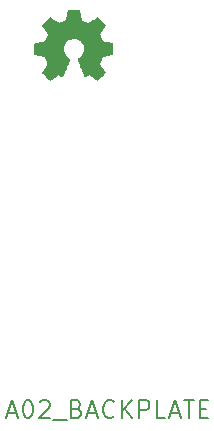
<source format=gbr>
G04 #@! TF.GenerationSoftware,KiCad,Pcbnew,5.1.5-52549c5~86~ubuntu18.04.1*
G04 #@! TF.CreationDate,2020-08-27T00:23:14-05:00*
G04 #@! TF.ProjectId,A02,4130322e-6b69-4636-9164-5f7063625858,rev?*
G04 #@! TF.SameCoordinates,Original*
G04 #@! TF.FileFunction,Legend,Top*
G04 #@! TF.FilePolarity,Positive*
%FSLAX46Y46*%
G04 Gerber Fmt 4.6, Leading zero omitted, Abs format (unit mm)*
G04 Created by KiCad (PCBNEW 5.1.5-52549c5~86~ubuntu18.04.1) date 2020-08-27 00:23:14*
%MOMM*%
%LPD*%
G04 APERTURE LIST*
%ADD10C,0.150000*%
%ADD11C,0.010000*%
G04 APERTURE END LIST*
D10*
X53984000Y-121027000D02*
X54698285Y-121027000D01*
X53841142Y-121455571D02*
X54341142Y-119955571D01*
X54841142Y-121455571D01*
X55626857Y-119955571D02*
X55769714Y-119955571D01*
X55912571Y-120027000D01*
X55984000Y-120098428D01*
X56055428Y-120241285D01*
X56126857Y-120527000D01*
X56126857Y-120884142D01*
X56055428Y-121169857D01*
X55984000Y-121312714D01*
X55912571Y-121384142D01*
X55769714Y-121455571D01*
X55626857Y-121455571D01*
X55484000Y-121384142D01*
X55412571Y-121312714D01*
X55341142Y-121169857D01*
X55269714Y-120884142D01*
X55269714Y-120527000D01*
X55341142Y-120241285D01*
X55412571Y-120098428D01*
X55484000Y-120027000D01*
X55626857Y-119955571D01*
X56698285Y-120098428D02*
X56769714Y-120027000D01*
X56912571Y-119955571D01*
X57269714Y-119955571D01*
X57412571Y-120027000D01*
X57484000Y-120098428D01*
X57555428Y-120241285D01*
X57555428Y-120384142D01*
X57484000Y-120598428D01*
X56626857Y-121455571D01*
X57555428Y-121455571D01*
X57841142Y-121598428D02*
X58984000Y-121598428D01*
X59841142Y-120669857D02*
X60055428Y-120741285D01*
X60126857Y-120812714D01*
X60198285Y-120955571D01*
X60198285Y-121169857D01*
X60126857Y-121312714D01*
X60055428Y-121384142D01*
X59912571Y-121455571D01*
X59341142Y-121455571D01*
X59341142Y-119955571D01*
X59841142Y-119955571D01*
X59984000Y-120027000D01*
X60055428Y-120098428D01*
X60126857Y-120241285D01*
X60126857Y-120384142D01*
X60055428Y-120527000D01*
X59984000Y-120598428D01*
X59841142Y-120669857D01*
X59341142Y-120669857D01*
X60769714Y-121027000D02*
X61484000Y-121027000D01*
X60626857Y-121455571D02*
X61126857Y-119955571D01*
X61626857Y-121455571D01*
X62984000Y-121312714D02*
X62912571Y-121384142D01*
X62698285Y-121455571D01*
X62555428Y-121455571D01*
X62341142Y-121384142D01*
X62198285Y-121241285D01*
X62126857Y-121098428D01*
X62055428Y-120812714D01*
X62055428Y-120598428D01*
X62126857Y-120312714D01*
X62198285Y-120169857D01*
X62341142Y-120027000D01*
X62555428Y-119955571D01*
X62698285Y-119955571D01*
X62912571Y-120027000D01*
X62984000Y-120098428D01*
X63626857Y-121455571D02*
X63626857Y-119955571D01*
X64484000Y-121455571D02*
X63841142Y-120598428D01*
X64484000Y-119955571D02*
X63626857Y-120812714D01*
X65126857Y-121455571D02*
X65126857Y-119955571D01*
X65698285Y-119955571D01*
X65841142Y-120027000D01*
X65912571Y-120098428D01*
X65984000Y-120241285D01*
X65984000Y-120455571D01*
X65912571Y-120598428D01*
X65841142Y-120669857D01*
X65698285Y-120741285D01*
X65126857Y-120741285D01*
X67341142Y-121455571D02*
X66626857Y-121455571D01*
X66626857Y-119955571D01*
X67769714Y-121027000D02*
X68484000Y-121027000D01*
X67626857Y-121455571D02*
X68126857Y-119955571D01*
X68626857Y-121455571D01*
X68912571Y-119955571D02*
X69769714Y-119955571D01*
X69341142Y-121455571D02*
X69341142Y-119955571D01*
X70269714Y-120669857D02*
X70769714Y-120669857D01*
X70984000Y-121455571D02*
X70269714Y-121455571D01*
X70269714Y-119955571D01*
X70984000Y-119955571D01*
D11*
G36*
X60093414Y-87334131D02*
G01*
X60177235Y-87778755D01*
X60486520Y-87906253D01*
X60795806Y-88033751D01*
X61166846Y-87781446D01*
X61270757Y-87711196D01*
X61364687Y-87648472D01*
X61444252Y-87596138D01*
X61505070Y-87557057D01*
X61542757Y-87534093D01*
X61553021Y-87529142D01*
X61571510Y-87541876D01*
X61611020Y-87577082D01*
X61667122Y-87630262D01*
X61735387Y-87696918D01*
X61811386Y-87772554D01*
X61890692Y-87852672D01*
X61968875Y-87932774D01*
X62041507Y-88008364D01*
X62104159Y-88074945D01*
X62152403Y-88128018D01*
X62181810Y-88163087D01*
X62188841Y-88174823D01*
X62178723Y-88196460D01*
X62150359Y-88243862D01*
X62106729Y-88312393D01*
X62050818Y-88397415D01*
X61985606Y-88494293D01*
X61947819Y-88549550D01*
X61878943Y-88650448D01*
X61817740Y-88741499D01*
X61767178Y-88818170D01*
X61730228Y-88875928D01*
X61709858Y-88910243D01*
X61706797Y-88917454D01*
X61713736Y-88937948D01*
X61732651Y-88985713D01*
X61760687Y-89054032D01*
X61794991Y-89136189D01*
X61832709Y-89225470D01*
X61870987Y-89315158D01*
X61906970Y-89398538D01*
X61937806Y-89468894D01*
X61960639Y-89519510D01*
X61972617Y-89543671D01*
X61973324Y-89544622D01*
X61992131Y-89549236D01*
X62042218Y-89559528D01*
X62118393Y-89574487D01*
X62215465Y-89593101D01*
X62328243Y-89614359D01*
X62394042Y-89626618D01*
X62514550Y-89649562D01*
X62623397Y-89671395D01*
X62715076Y-89690922D01*
X62784081Y-89706948D01*
X62824904Y-89718279D01*
X62833111Y-89721874D01*
X62841148Y-89746206D01*
X62847633Y-89801159D01*
X62852570Y-89880308D01*
X62855964Y-89977226D01*
X62857818Y-90085487D01*
X62858138Y-90198665D01*
X62856927Y-90310335D01*
X62854190Y-90414068D01*
X62849931Y-90503441D01*
X62844155Y-90572026D01*
X62836867Y-90613397D01*
X62832495Y-90622010D01*
X62806364Y-90632333D01*
X62750993Y-90647092D01*
X62673707Y-90664552D01*
X62581830Y-90682980D01*
X62549758Y-90688941D01*
X62395124Y-90717266D01*
X62272975Y-90740076D01*
X62179273Y-90758280D01*
X62109984Y-90772783D01*
X62061071Y-90784492D01*
X62028497Y-90794315D01*
X62008228Y-90803156D01*
X61996226Y-90811924D01*
X61994547Y-90813657D01*
X61977784Y-90841571D01*
X61952214Y-90895895D01*
X61920388Y-90969977D01*
X61884860Y-91057165D01*
X61848183Y-91150808D01*
X61812911Y-91244252D01*
X61781596Y-91330847D01*
X61756793Y-91403940D01*
X61741054Y-91456878D01*
X61736932Y-91483011D01*
X61737276Y-91483926D01*
X61751241Y-91505286D01*
X61782922Y-91552284D01*
X61828991Y-91620027D01*
X61886118Y-91703623D01*
X61950973Y-91798182D01*
X61969443Y-91825054D01*
X62035299Y-91922475D01*
X62093250Y-92011363D01*
X62140138Y-92086612D01*
X62172807Y-92143120D01*
X62188100Y-92175781D01*
X62188841Y-92179793D01*
X62175992Y-92200884D01*
X62140488Y-92242664D01*
X62086893Y-92300645D01*
X62019771Y-92370335D01*
X61943687Y-92447245D01*
X61863204Y-92526883D01*
X61782887Y-92604761D01*
X61707299Y-92676386D01*
X61641005Y-92737270D01*
X61588569Y-92782921D01*
X61554555Y-92808850D01*
X61545145Y-92813083D01*
X61523243Y-92803112D01*
X61478400Y-92776220D01*
X61417921Y-92736936D01*
X61371389Y-92705317D01*
X61287075Y-92647298D01*
X61187226Y-92578984D01*
X61087073Y-92510779D01*
X61033227Y-92474275D01*
X60850971Y-92351000D01*
X60697981Y-92433720D01*
X60628282Y-92469959D01*
X60569014Y-92498126D01*
X60528911Y-92514191D01*
X60518703Y-92516426D01*
X60506429Y-92499922D01*
X60482213Y-92453282D01*
X60447863Y-92380809D01*
X60405188Y-92286806D01*
X60355994Y-92175574D01*
X60302090Y-92051415D01*
X60245284Y-91918632D01*
X60187382Y-91781527D01*
X60130193Y-91644402D01*
X60075524Y-91511558D01*
X60025184Y-91387298D01*
X59980980Y-91275925D01*
X59944719Y-91181739D01*
X59918209Y-91109044D01*
X59903258Y-91062141D01*
X59900854Y-91046033D01*
X59919911Y-91025486D01*
X59961636Y-90992133D01*
X60017306Y-90952902D01*
X60021978Y-90949799D01*
X60165864Y-90834623D01*
X60281883Y-90700253D01*
X60369030Y-90550984D01*
X60426299Y-90391113D01*
X60452686Y-90224937D01*
X60447185Y-90056752D01*
X60408790Y-89890855D01*
X60336495Y-89731542D01*
X60315226Y-89696687D01*
X60204596Y-89555937D01*
X60073902Y-89442914D01*
X59927664Y-89358203D01*
X59770408Y-89302394D01*
X59606657Y-89276074D01*
X59440933Y-89279830D01*
X59277762Y-89314250D01*
X59121665Y-89379923D01*
X58977167Y-89477435D01*
X58932469Y-89517013D01*
X58818712Y-89640903D01*
X58735818Y-89771324D01*
X58678956Y-89917515D01*
X58647287Y-90062288D01*
X58639469Y-90225060D01*
X58665538Y-90388640D01*
X58722845Y-90547498D01*
X58808744Y-90696106D01*
X58920586Y-90828935D01*
X59055723Y-90940456D01*
X59073483Y-90952211D01*
X59129750Y-90990708D01*
X59172523Y-91024063D01*
X59192972Y-91045360D01*
X59193269Y-91046033D01*
X59188879Y-91069071D01*
X59171476Y-91121357D01*
X59142868Y-91198590D01*
X59104865Y-91296468D01*
X59059274Y-91410691D01*
X59007903Y-91536958D01*
X58952562Y-91670967D01*
X58895058Y-91808418D01*
X58837201Y-91945008D01*
X58780798Y-92076437D01*
X58727658Y-92198405D01*
X58679590Y-92306609D01*
X58638401Y-92396749D01*
X58605901Y-92464523D01*
X58583897Y-92505630D01*
X58575036Y-92516426D01*
X58547960Y-92508019D01*
X58497297Y-92485472D01*
X58431783Y-92452813D01*
X58395759Y-92433720D01*
X58242768Y-92351000D01*
X58060512Y-92474275D01*
X57967475Y-92537428D01*
X57865615Y-92606927D01*
X57770162Y-92672365D01*
X57722350Y-92705317D01*
X57655105Y-92750473D01*
X57598164Y-92786257D01*
X57558954Y-92808138D01*
X57546219Y-92812763D01*
X57527683Y-92800285D01*
X57486659Y-92765452D01*
X57427125Y-92711878D01*
X57353058Y-92643183D01*
X57268435Y-92562981D01*
X57214915Y-92511486D01*
X57121281Y-92419486D01*
X57040359Y-92337199D01*
X56975423Y-92268145D01*
X56929742Y-92215844D01*
X56906589Y-92183816D01*
X56904368Y-92177316D01*
X56914676Y-92152594D01*
X56943161Y-92102605D01*
X56986663Y-92032412D01*
X57042023Y-91947075D01*
X57106080Y-91851656D01*
X57124297Y-91825054D01*
X57190673Y-91728367D01*
X57250222Y-91641317D01*
X57299616Y-91568795D01*
X57335525Y-91515693D01*
X57354619Y-91486903D01*
X57356464Y-91483926D01*
X57353705Y-91460982D01*
X57339062Y-91410536D01*
X57315087Y-91339241D01*
X57284334Y-91253747D01*
X57249356Y-91160707D01*
X57212707Y-91066774D01*
X57176939Y-90978599D01*
X57144606Y-90902834D01*
X57118262Y-90846131D01*
X57100458Y-90815143D01*
X57099193Y-90813657D01*
X57088306Y-90804801D01*
X57069918Y-90796043D01*
X57039994Y-90786477D01*
X56994497Y-90775196D01*
X56929391Y-90761293D01*
X56840639Y-90743863D01*
X56724207Y-90721998D01*
X56576058Y-90694791D01*
X56543982Y-90688941D01*
X56448914Y-90670574D01*
X56366035Y-90652605D01*
X56302670Y-90636769D01*
X56266142Y-90624800D01*
X56261244Y-90622010D01*
X56253173Y-90597272D01*
X56246613Y-90541990D01*
X56241567Y-90462589D01*
X56238041Y-90365496D01*
X56236039Y-90257138D01*
X56235564Y-90143940D01*
X56236623Y-90032328D01*
X56239218Y-89928729D01*
X56243354Y-89839568D01*
X56249037Y-89771272D01*
X56256269Y-89730266D01*
X56260629Y-89721874D01*
X56284902Y-89713408D01*
X56340174Y-89699635D01*
X56420938Y-89681750D01*
X56521688Y-89660948D01*
X56636917Y-89638423D01*
X56699698Y-89626618D01*
X56818813Y-89604351D01*
X56925035Y-89584179D01*
X57013173Y-89567115D01*
X57078034Y-89554169D01*
X57114426Y-89546355D01*
X57120416Y-89544622D01*
X57130539Y-89525090D01*
X57151938Y-89478043D01*
X57181761Y-89410203D01*
X57217155Y-89328291D01*
X57255268Y-89239028D01*
X57293247Y-89149135D01*
X57328240Y-89065335D01*
X57357394Y-88994347D01*
X57377857Y-88942894D01*
X57386777Y-88917697D01*
X57386943Y-88916596D01*
X57376831Y-88896719D01*
X57348483Y-88850977D01*
X57304877Y-88783917D01*
X57248994Y-88700084D01*
X57183813Y-88604026D01*
X57145921Y-88548850D01*
X57076875Y-88447681D01*
X57015550Y-88355830D01*
X56964937Y-88277944D01*
X56928029Y-88218669D01*
X56907818Y-88182651D01*
X56904899Y-88174577D01*
X56917447Y-88155784D01*
X56952137Y-88115657D01*
X57004537Y-88058693D01*
X57070216Y-87989385D01*
X57144744Y-87912231D01*
X57223687Y-87831725D01*
X57302617Y-87752363D01*
X57377100Y-87678640D01*
X57442706Y-87615052D01*
X57495004Y-87566094D01*
X57529561Y-87536261D01*
X57541122Y-87529142D01*
X57559946Y-87539153D01*
X57604969Y-87567278D01*
X57671813Y-87610654D01*
X57756101Y-87666418D01*
X57853456Y-87731706D01*
X57926893Y-87781446D01*
X58297933Y-88033751D01*
X58916505Y-87778755D01*
X59000325Y-87334131D01*
X59084146Y-86889507D01*
X60009594Y-86889507D01*
X60093414Y-87334131D01*
G37*
X60093414Y-87334131D02*
X60177235Y-87778755D01*
X60486520Y-87906253D01*
X60795806Y-88033751D01*
X61166846Y-87781446D01*
X61270757Y-87711196D01*
X61364687Y-87648472D01*
X61444252Y-87596138D01*
X61505070Y-87557057D01*
X61542757Y-87534093D01*
X61553021Y-87529142D01*
X61571510Y-87541876D01*
X61611020Y-87577082D01*
X61667122Y-87630262D01*
X61735387Y-87696918D01*
X61811386Y-87772554D01*
X61890692Y-87852672D01*
X61968875Y-87932774D01*
X62041507Y-88008364D01*
X62104159Y-88074945D01*
X62152403Y-88128018D01*
X62181810Y-88163087D01*
X62188841Y-88174823D01*
X62178723Y-88196460D01*
X62150359Y-88243862D01*
X62106729Y-88312393D01*
X62050818Y-88397415D01*
X61985606Y-88494293D01*
X61947819Y-88549550D01*
X61878943Y-88650448D01*
X61817740Y-88741499D01*
X61767178Y-88818170D01*
X61730228Y-88875928D01*
X61709858Y-88910243D01*
X61706797Y-88917454D01*
X61713736Y-88937948D01*
X61732651Y-88985713D01*
X61760687Y-89054032D01*
X61794991Y-89136189D01*
X61832709Y-89225470D01*
X61870987Y-89315158D01*
X61906970Y-89398538D01*
X61937806Y-89468894D01*
X61960639Y-89519510D01*
X61972617Y-89543671D01*
X61973324Y-89544622D01*
X61992131Y-89549236D01*
X62042218Y-89559528D01*
X62118393Y-89574487D01*
X62215465Y-89593101D01*
X62328243Y-89614359D01*
X62394042Y-89626618D01*
X62514550Y-89649562D01*
X62623397Y-89671395D01*
X62715076Y-89690922D01*
X62784081Y-89706948D01*
X62824904Y-89718279D01*
X62833111Y-89721874D01*
X62841148Y-89746206D01*
X62847633Y-89801159D01*
X62852570Y-89880308D01*
X62855964Y-89977226D01*
X62857818Y-90085487D01*
X62858138Y-90198665D01*
X62856927Y-90310335D01*
X62854190Y-90414068D01*
X62849931Y-90503441D01*
X62844155Y-90572026D01*
X62836867Y-90613397D01*
X62832495Y-90622010D01*
X62806364Y-90632333D01*
X62750993Y-90647092D01*
X62673707Y-90664552D01*
X62581830Y-90682980D01*
X62549758Y-90688941D01*
X62395124Y-90717266D01*
X62272975Y-90740076D01*
X62179273Y-90758280D01*
X62109984Y-90772783D01*
X62061071Y-90784492D01*
X62028497Y-90794315D01*
X62008228Y-90803156D01*
X61996226Y-90811924D01*
X61994547Y-90813657D01*
X61977784Y-90841571D01*
X61952214Y-90895895D01*
X61920388Y-90969977D01*
X61884860Y-91057165D01*
X61848183Y-91150808D01*
X61812911Y-91244252D01*
X61781596Y-91330847D01*
X61756793Y-91403940D01*
X61741054Y-91456878D01*
X61736932Y-91483011D01*
X61737276Y-91483926D01*
X61751241Y-91505286D01*
X61782922Y-91552284D01*
X61828991Y-91620027D01*
X61886118Y-91703623D01*
X61950973Y-91798182D01*
X61969443Y-91825054D01*
X62035299Y-91922475D01*
X62093250Y-92011363D01*
X62140138Y-92086612D01*
X62172807Y-92143120D01*
X62188100Y-92175781D01*
X62188841Y-92179793D01*
X62175992Y-92200884D01*
X62140488Y-92242664D01*
X62086893Y-92300645D01*
X62019771Y-92370335D01*
X61943687Y-92447245D01*
X61863204Y-92526883D01*
X61782887Y-92604761D01*
X61707299Y-92676386D01*
X61641005Y-92737270D01*
X61588569Y-92782921D01*
X61554555Y-92808850D01*
X61545145Y-92813083D01*
X61523243Y-92803112D01*
X61478400Y-92776220D01*
X61417921Y-92736936D01*
X61371389Y-92705317D01*
X61287075Y-92647298D01*
X61187226Y-92578984D01*
X61087073Y-92510779D01*
X61033227Y-92474275D01*
X60850971Y-92351000D01*
X60697981Y-92433720D01*
X60628282Y-92469959D01*
X60569014Y-92498126D01*
X60528911Y-92514191D01*
X60518703Y-92516426D01*
X60506429Y-92499922D01*
X60482213Y-92453282D01*
X60447863Y-92380809D01*
X60405188Y-92286806D01*
X60355994Y-92175574D01*
X60302090Y-92051415D01*
X60245284Y-91918632D01*
X60187382Y-91781527D01*
X60130193Y-91644402D01*
X60075524Y-91511558D01*
X60025184Y-91387298D01*
X59980980Y-91275925D01*
X59944719Y-91181739D01*
X59918209Y-91109044D01*
X59903258Y-91062141D01*
X59900854Y-91046033D01*
X59919911Y-91025486D01*
X59961636Y-90992133D01*
X60017306Y-90952902D01*
X60021978Y-90949799D01*
X60165864Y-90834623D01*
X60281883Y-90700253D01*
X60369030Y-90550984D01*
X60426299Y-90391113D01*
X60452686Y-90224937D01*
X60447185Y-90056752D01*
X60408790Y-89890855D01*
X60336495Y-89731542D01*
X60315226Y-89696687D01*
X60204596Y-89555937D01*
X60073902Y-89442914D01*
X59927664Y-89358203D01*
X59770408Y-89302394D01*
X59606657Y-89276074D01*
X59440933Y-89279830D01*
X59277762Y-89314250D01*
X59121665Y-89379923D01*
X58977167Y-89477435D01*
X58932469Y-89517013D01*
X58818712Y-89640903D01*
X58735818Y-89771324D01*
X58678956Y-89917515D01*
X58647287Y-90062288D01*
X58639469Y-90225060D01*
X58665538Y-90388640D01*
X58722845Y-90547498D01*
X58808744Y-90696106D01*
X58920586Y-90828935D01*
X59055723Y-90940456D01*
X59073483Y-90952211D01*
X59129750Y-90990708D01*
X59172523Y-91024063D01*
X59192972Y-91045360D01*
X59193269Y-91046033D01*
X59188879Y-91069071D01*
X59171476Y-91121357D01*
X59142868Y-91198590D01*
X59104865Y-91296468D01*
X59059274Y-91410691D01*
X59007903Y-91536958D01*
X58952562Y-91670967D01*
X58895058Y-91808418D01*
X58837201Y-91945008D01*
X58780798Y-92076437D01*
X58727658Y-92198405D01*
X58679590Y-92306609D01*
X58638401Y-92396749D01*
X58605901Y-92464523D01*
X58583897Y-92505630D01*
X58575036Y-92516426D01*
X58547960Y-92508019D01*
X58497297Y-92485472D01*
X58431783Y-92452813D01*
X58395759Y-92433720D01*
X58242768Y-92351000D01*
X58060512Y-92474275D01*
X57967475Y-92537428D01*
X57865615Y-92606927D01*
X57770162Y-92672365D01*
X57722350Y-92705317D01*
X57655105Y-92750473D01*
X57598164Y-92786257D01*
X57558954Y-92808138D01*
X57546219Y-92812763D01*
X57527683Y-92800285D01*
X57486659Y-92765452D01*
X57427125Y-92711878D01*
X57353058Y-92643183D01*
X57268435Y-92562981D01*
X57214915Y-92511486D01*
X57121281Y-92419486D01*
X57040359Y-92337199D01*
X56975423Y-92268145D01*
X56929742Y-92215844D01*
X56906589Y-92183816D01*
X56904368Y-92177316D01*
X56914676Y-92152594D01*
X56943161Y-92102605D01*
X56986663Y-92032412D01*
X57042023Y-91947075D01*
X57106080Y-91851656D01*
X57124297Y-91825054D01*
X57190673Y-91728367D01*
X57250222Y-91641317D01*
X57299616Y-91568795D01*
X57335525Y-91515693D01*
X57354619Y-91486903D01*
X57356464Y-91483926D01*
X57353705Y-91460982D01*
X57339062Y-91410536D01*
X57315087Y-91339241D01*
X57284334Y-91253747D01*
X57249356Y-91160707D01*
X57212707Y-91066774D01*
X57176939Y-90978599D01*
X57144606Y-90902834D01*
X57118262Y-90846131D01*
X57100458Y-90815143D01*
X57099193Y-90813657D01*
X57088306Y-90804801D01*
X57069918Y-90796043D01*
X57039994Y-90786477D01*
X56994497Y-90775196D01*
X56929391Y-90761293D01*
X56840639Y-90743863D01*
X56724207Y-90721998D01*
X56576058Y-90694791D01*
X56543982Y-90688941D01*
X56448914Y-90670574D01*
X56366035Y-90652605D01*
X56302670Y-90636769D01*
X56266142Y-90624800D01*
X56261244Y-90622010D01*
X56253173Y-90597272D01*
X56246613Y-90541990D01*
X56241567Y-90462589D01*
X56238041Y-90365496D01*
X56236039Y-90257138D01*
X56235564Y-90143940D01*
X56236623Y-90032328D01*
X56239218Y-89928729D01*
X56243354Y-89839568D01*
X56249037Y-89771272D01*
X56256269Y-89730266D01*
X56260629Y-89721874D01*
X56284902Y-89713408D01*
X56340174Y-89699635D01*
X56420938Y-89681750D01*
X56521688Y-89660948D01*
X56636917Y-89638423D01*
X56699698Y-89626618D01*
X56818813Y-89604351D01*
X56925035Y-89584179D01*
X57013173Y-89567115D01*
X57078034Y-89554169D01*
X57114426Y-89546355D01*
X57120416Y-89544622D01*
X57130539Y-89525090D01*
X57151938Y-89478043D01*
X57181761Y-89410203D01*
X57217155Y-89328291D01*
X57255268Y-89239028D01*
X57293247Y-89149135D01*
X57328240Y-89065335D01*
X57357394Y-88994347D01*
X57377857Y-88942894D01*
X57386777Y-88917697D01*
X57386943Y-88916596D01*
X57376831Y-88896719D01*
X57348483Y-88850977D01*
X57304877Y-88783917D01*
X57248994Y-88700084D01*
X57183813Y-88604026D01*
X57145921Y-88548850D01*
X57076875Y-88447681D01*
X57015550Y-88355830D01*
X56964937Y-88277944D01*
X56928029Y-88218669D01*
X56907818Y-88182651D01*
X56904899Y-88174577D01*
X56917447Y-88155784D01*
X56952137Y-88115657D01*
X57004537Y-88058693D01*
X57070216Y-87989385D01*
X57144744Y-87912231D01*
X57223687Y-87831725D01*
X57302617Y-87752363D01*
X57377100Y-87678640D01*
X57442706Y-87615052D01*
X57495004Y-87566094D01*
X57529561Y-87536261D01*
X57541122Y-87529142D01*
X57559946Y-87539153D01*
X57604969Y-87567278D01*
X57671813Y-87610654D01*
X57756101Y-87666418D01*
X57853456Y-87731706D01*
X57926893Y-87781446D01*
X58297933Y-88033751D01*
X58916505Y-87778755D01*
X59000325Y-87334131D01*
X59084146Y-86889507D01*
X60009594Y-86889507D01*
X60093414Y-87334131D01*
M02*

</source>
